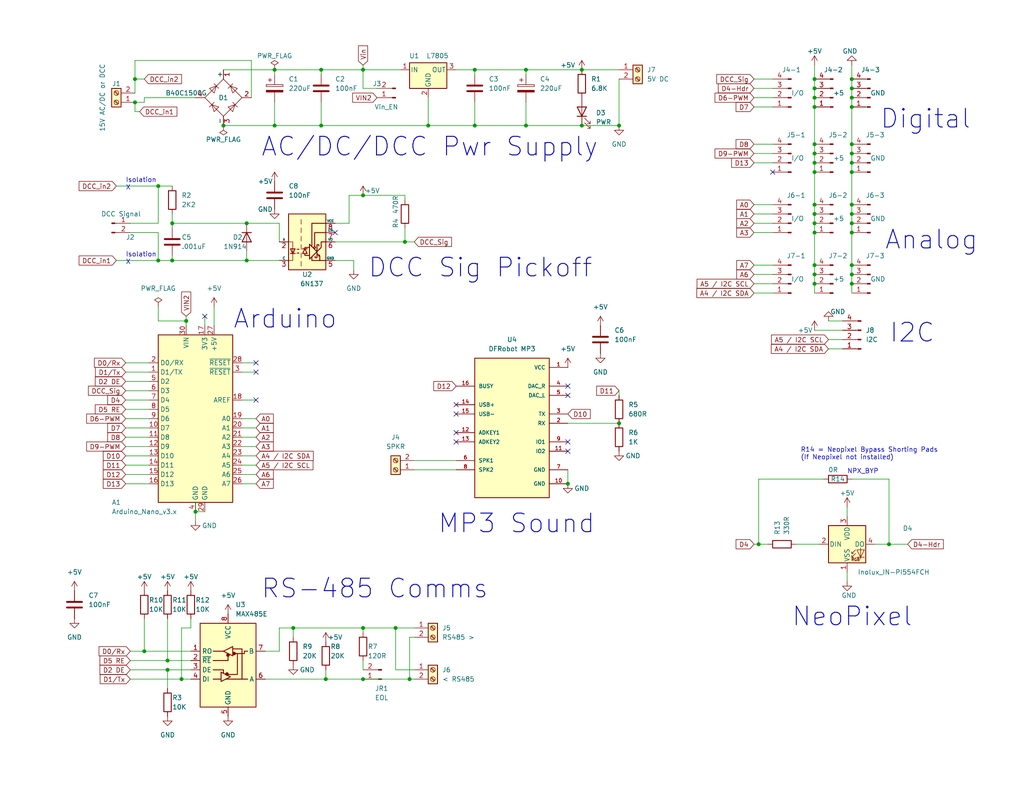
<source format=kicad_sch>
(kicad_sch (version 20211123) (generator eeschema)
  (paper "A")
  (title_block (title "MAXDuino using Arduino R3") (date "2023-09-25") (rev "1.4") (company "R1.4 =  Change Stencils and Header Pin Order (Sch/PCB) ") (comment 1 "RS485 (D0, D1, D2, D5) / I2C (A4, A5) / DCC (D3) Comms") (comment 2 "DFRobot MP3 PLayer   (D10, D11, D12)") (comment 3 "Digital Pin headers (D3, D4 +NeoPixel, D6, D7, D8, D9, D13)") (comment 4 "Analog Pin headers (A0, A1, A2, A3, A6, A7)"))
  (lib_symbols
    (symbol "Connector:Conn_01x02_Male" (pin_names (offset 1.016) hide)
      (property "Reference" "J" (at 0 2.54 0))
      (property "Value" "Conn_01x02_Male" (at 0 -5.08 0))
      (symbol "Conn_01x02_Male_1_1"
        (pin passive line (at 5.08 0 180) (length 3.81) (name "Pin_1") (number "1"))
        (pin passive line (at 5.08 -2.54 180) (length 3.81) (name "Pin_2") (number "2"))
      )
    )
    (symbol "Connector:Conn_01x04_Male" (pin_names (offset 1.016) hide)
      (property "Reference" "J" (at 0 5.08 0))
      (property "Value" "Conn_01x04_Male" (at 0 -7.62 0))
      (symbol "Conn_01x04_Male_1_1"
        (pin passive line (at 5.08 2.54 180) (length 3.81) (name "Pin_1") (number "1"))
        (pin passive line (at 5.08 0 180) (length 3.81) (name "Pin_2") (number "2"))
        (pin passive line (at 5.08 -2.54 180) (length 3.81) (name "Pin_3") (number "3"))
        (pin passive line (at 5.08 -5.08 180) (length 3.81) (name "Pin_4") (number "4"))
      )
    )
    (symbol "Connector:Screw_Terminal_01x02" (pin_names (offset 1.016) hide)
      (property "Reference" "J" (at 0 2.54 0))
      (property "Value" "Screw_Terminal_01x02" (at 0 -5.08 0))
      (symbol "Screw_Terminal_01x02_1_1"
        (pin passive line (at -5.08 0 0) (length 3.81) (name "Pin_1") (number "1"))
        (pin passive line (at -5.08 -2.54 0) (length 3.81) (name "Pin_2") (number "2"))
      )
    )
    (symbol "DFR0299:DFR0299" (pin_names (offset 1.016))
      (property "Reference" "U" (at -10.16 18.542 0))
      (property "Value" "DFR0299" (at -10.16 -22.86 0))
      (symbol "DFR0299_0_0"
        (pin power_in line (at 15.24 15.24 180) (length 5.08) (name "VCC") (number "1"))
        (pin power_in line (at 15.24 -16.51 180) (length 5.08) (name "GND") (number "10"))
        (pin bidirectional line (at 15.24 -7.62 180) (length 5.08) (name "IO2") (number "11"))
        (pin input line (at -15.24 -2.54 0) (length 5.08) (name "ADKEY1") (number "12"))
        (pin input line (at -15.24 -5.08 0) (length 5.08) (name "ADKEY2") (number "13"))
        (pin input line (at -15.24 5.08 0) (length 5.08) (name "USB+") (number "14"))
        (pin input line (at -15.24 2.54 0) (length 5.08) (name "USB-") (number "15"))
        (pin input line (at -15.24 10.16 0) (length 5.08) (name "BUSY") (number "16"))
        (pin input line (at 15.24 0 180) (length 5.08) (name "RX") (number "2"))
        (pin output line (at 15.24 2.54 180) (length 5.08) (name "TX") (number "3"))
        (pin output line (at 15.24 10.16 180) (length 5.08) (name "DAC_R") (number "4"))
        (pin output line (at 15.24 7.62 180) (length 5.08) (name "DAC_L") (number "5"))
        (pin passive line (at -15.24 -10.16 0) (length 5.08) (name "SPK1") (number "6"))
        (pin power_in line (at 15.24 -12.7 180) (length 5.08) (name "GND") (number "7"))
        (pin passive line (at -15.24 -12.7 0) (length 5.08) (name "SPK2") (number "8"))
        (pin bidirectional line (at 15.24 -5.08 180) (length 5.08) (name "IO1") (number "9"))
      )
    )
    (symbol "Device:C" (pin_numbers hide) (pin_names (offset 0.254))
      (property "Reference" "C" (at 0.635 2.54 0))
      (property "Value" "C" (at 0.635 -2.54 0))
      (symbol "C_1_1"
        (pin passive line (at 0 3.81 270) (length 2.794) (name "~") (number "1"))
        (pin passive line (at 0 -3.81 90) (length 2.794) (name "~") (number "2"))
      )
    )
    (symbol "Device:C_Polarized" (pin_numbers hide) (pin_names (offset 0.254))
      (property "Reference" "C" (at 0.635 2.54 0))
      (property "Value" "C_Polarized" (at 0.635 -2.54 0))
      (symbol "C_Polarized_1_1"
        (pin passive line (at 0 3.81 270) (length 2.794) (name "~") (number "1"))
        (pin passive line (at 0 -3.81 90) (length 2.794) (name "~") (number "2"))
      )
    )
    (symbol "Device:LED" (pin_numbers hide) (pin_names (offset 1.016) hide)
      (property "Reference" "D" (at 0 2.54 0))
      (property "Value" "LED" (at 0 -2.54 0))
      (symbol "LED_1_1"
        (pin passive line (at -3.81 0 0) (length 2.54) (name "K") (number "1"))
        (pin passive line (at 3.81 0 180) (length 2.54) (name "A") (number "2"))
      )
    )
    (symbol "Device:R" (pin_numbers hide) (pin_names (offset 0))
      (property "Reference" "R" (at 2.032 0 90))
      (property "Value" "R" (at 0 0 90))
      (symbol "R_1_1"
        (pin passive line (at 0 3.81 270) (length 1.27) (name "~") (number "1"))
        (pin passive line (at 0 -3.81 90) (length 1.27) (name "~") (number "2"))
      )
    )
    (symbol "Diode:1N914" (pin_numbers hide) (pin_names hide)
      (property "Reference" "D" (at 0 2.54 0))
      (property "Value" "1N914" (at 0 -2.54 0))
      (symbol "1N914_1_1"
        (pin passive line (at -3.81 0 0) (length 2.54) (name "K") (number "1"))
        (pin passive line (at 3.81 0 180) (length 2.54) (name "A") (number "2"))
      )
    )
    (symbol "Diode_Bridge:B40C1500G" (pin_names (offset 0))
      (property "Reference" "D" (at 2.54 6.985 0))
      (property "Value" "B40C1500G" (at 2.54 5.08 0))
      (symbol "B40C1500G_1_1"
        (pin passive line (at 7.62 0 180) (length 2.54) (name "+") (number "1"))
        (pin passive line (at 0 -7.62 90) (length 2.54) (name "~") (number "2"))
        (pin passive line (at -7.62 0 0) (length 2.54) (name "-") (number "3"))
        (pin passive line (at 0 7.62 270) (length 2.54) (name "~") (number "4"))
      )
    )
    (symbol "Interface_UART:MAX485E"
      (property "Reference" "U" (at -6.096 11.43 0))
      (property "Value" "MAX485E" (at 0.762 11.43 0))
      (symbol "MAX485E_1_1"
        (pin output line (at -10.16 2.54 0) (length 2.54) (name "RO") (number "1"))
        (pin input line (at -10.16 0 0) (length 2.54) (name "~{RE}") (number "2"))
        (pin input line (at -10.16 -2.54 0) (length 2.54) (name "DE") (number "3"))
        (pin input line (at -10.16 -5.08 0) (length 2.54) (name "DI") (number "4"))
        (pin power_in line (at 0 -15.24 90) (length 2.54) (name "GND") (number "5"))
        (pin bidirectional line (at 10.16 -5.08 180) (length 2.54) (name "A") (number "6"))
        (pin bidirectional line (at 10.16 2.54 180) (length 2.54) (name "B") (number "7"))
        (pin power_in line (at 0 12.7 270) (length 2.54) (name "VCC") (number "8"))
      )
    )
    (symbol "Isolator:6N137" (pin_names (offset 0))
      (property "Reference" "U" (at -4.064 8.89 0))
      (property "Value" "6N137" (at 0 -8.89 0))
      (symbol "6N137_1_1"
        (pin no_connect line (at -5.08 5.08 0) (length 2.54) hide (name "NC") (number "1"))
        (pin passive line (at -7.62 0 0) (length 2.54) (name "A") (number "2"))
        (pin passive line (at -7.62 -5.08 0) (length 2.54) (name "C") (number "3"))
        (pin power_in line (at 7.62 -5.08 180) (length 2.54) (name "GND") (number "5"))
        (pin open_collector line (at 7.62 0 180) (length 2.54) (name "VO") (number "6"))
        (pin input line (at 7.62 2.54 180) (length 2.54) (name "EN") (number "7"))
        (pin power_in line (at 7.62 5.08 180) (length 2.54) (name "VCC") (number "8"))
      )
    )
    (symbol "LED:Inolux_IN-PI554FCH" (pin_names (offset 0.254))
      (property "Reference" "D" (at 5.08 5.715 0))
      (property "Value" "Inolux_IN-PI554FCH" (at 1.27 -5.715 0))
      (symbol "Inolux_IN-PI554FCH_0_0"
        (text "RGB" (at 2.286 -4.191 0) (effects (font (size 0.762 0.762))))
      )
      (symbol "Inolux_IN-PI554FCH_1_1"
        (pin power_in line (at 0 -7.62 90) (length 2.54) (name "VSS") (number "1"))
        (pin input line (at -7.62 0 0) (length 2.54) (name "DIN") (number "2"))
        (pin power_in line (at 0 7.62 270) (length 2.54) (name "VDD") (number "3"))
        (pin output line (at 7.62 0 180) (length 2.54) (name "DO") (number "4"))
      )
    )
    (symbol "MCU_Module:Arduino_Nano_v3.x"
      (property "Reference" "A" (at -10.16 23.495 0))
      (property "Value" "Arduino_Nano_v3.x" (at 5.08 -24.13 0))
      (symbol "Arduino_Nano_v3.x_1_1"
        (pin bidirectional line (at -12.7 12.7 0) (length 2.54) (name "D1/TX") (number "1"))
        (pin bidirectional line (at -12.7 -2.54 0) (length 2.54) (name "D7") (number "10"))
        (pin bidirectional line (at -12.7 -5.08 0) (length 2.54) (name "D8") (number "11"))
        (pin bidirectional line (at -12.7 -7.62 0) (length 2.54) (name "D9") (number "12"))
        (pin bidirectional line (at -12.7 -10.16 0) (length 2.54) (name "D10") (number "13"))
        (pin bidirectional line (at -12.7 -12.7 0) (length 2.54) (name "D11") (number "14"))
        (pin bidirectional line (at -12.7 -15.24 0) (length 2.54) (name "D12") (number "15"))
        (pin bidirectional line (at -12.7 -17.78 0) (length 2.54) (name "D13") (number "16"))
        (pin power_out line (at 2.54 25.4 270) (length 2.54) (name "3V3") (number "17"))
        (pin input line (at 12.7 5.08 180) (length 2.54) (name "AREF") (number "18"))
        (pin bidirectional line (at 12.7 0 180) (length 2.54) (name "A0") (number "19"))
        (pin bidirectional line (at -12.7 15.24 0) (length 2.54) (name "D0/RX") (number "2"))
        (pin bidirectional line (at 12.7 -2.54 180) (length 2.54) (name "A1") (number "20"))
        (pin bidirectional line (at 12.7 -5.08 180) (length 2.54) (name "A2") (number "21"))
        (pin bidirectional line (at 12.7 -7.62 180) (length 2.54) (name "A3") (number "22"))
        (pin bidirectional line (at 12.7 -10.16 180) (length 2.54) (name "A4") (number "23"))
        (pin bidirectional line (at 12.7 -12.7 180) (length 2.54) (name "A5") (number "24"))
        (pin bidirectional line (at 12.7 -15.24 180) (length 2.54) (name "A6") (number "25"))
        (pin bidirectional line (at 12.7 -17.78 180) (length 2.54) (name "A7") (number "26"))
        (pin power_out line (at 5.08 25.4 270) (length 2.54) (name "+5V") (number "27"))
        (pin input line (at 12.7 15.24 180) (length 2.54) (name "~{RESET}") (number "28"))
        (pin power_in line (at 2.54 -25.4 90) (length 2.54) (name "GND") (number "29"))
        (pin input line (at 12.7 12.7 180) (length 2.54) (name "~{RESET}") (number "3"))
        (pin power_in line (at -2.54 25.4 270) (length 2.54) (name "VIN") (number "30"))
        (pin power_in line (at 0 -25.4 90) (length 2.54) (name "GND") (number "4"))
        (pin bidirectional line (at -12.7 10.16 0) (length 2.54) (name "D2") (number "5"))
        (pin bidirectional line (at -12.7 7.62 0) (length 2.54) (name "D3") (number "6"))
        (pin bidirectional line (at -12.7 5.08 0) (length 2.54) (name "D4") (number "7"))
        (pin bidirectional line (at -12.7 2.54 0) (length 2.54) (name "D5") (number "8"))
        (pin bidirectional line (at -12.7 0 0) (length 2.54) (name "D6") (number "9"))
      )
    )
    (symbol "Regulator_Linear:L7805" (pin_names (offset 0.254))
      (property "Reference" "U1" (at -3.81 3.81 0))
      (property "Value" "L7805" (at 2.54 3.81 0))
      (symbol "L7805_1_1"
        (pin power_in line (at -7.62 0 0) (length 2.54) (name "IN") (number "1"))
        (pin power_in line (at 0 -7.62 90) (length 2.54) (name "GND") (number "2"))
        (pin power_out line (at 7.62 0 180) (length 2.54) (name "OUT") (number "3"))
      )
    )
    (symbol "power:+5V" (power) (pin_names (offset 0))
      (property "Value" "+5V" (at 0 3.556 0))
      (symbol "+5V_1_1"
        (pin power_in line (at 0 0 90) (length 0) hide (name "+5V") (number "1"))
      )
    )
    (symbol "power:GND" (power) (pin_names (offset 0))
      (property "Value" "GND" (at 0 -3.81 0))
      (symbol "GND_1_1"
        (pin power_in line (at 0 0 270) (length 0) hide (name "GND") (number "1"))
      )
    )
    (symbol "power:PWR_FLAG" (power) (pin_numbers hide) (pin_names (offset 0) hide)
      (property "Value" "PWR_FLAG" (at 0 3.81 0))
      (symbol "PWR_FLAG_0_0"
        (pin power_out line (at 0 0 90) (length 0) (name "pwr") (number "1"))
      )
    )
  )
  (junction (at 43.18 71.12))
  (junction (at 99.06 185.42))
  (junction (at 232.41 74.93))
  (junction (at 46.99 60.96))
  (junction (at 232.41 21.59))
  (junction (at 99.06 171.45))
  (junction (at 222.25 21.59))
  (junction (at 116.84 34.29))
  (junction (at 50.8 87.63))
  (junction (at 232.41 46.99))
  (junction (at 222.25 39.37))
  (junction (at 36.83 21.59))
  (junction (at 232.41 44.45))
  (junction (at 222.25 77.47))
  (junction (at 222.25 72.39))
  (junction (at 158.75 34.29))
  (junction (at 36.83 27.94))
  (junction (at 46.99 71.12))
  (junction (at 111.76 185.42))
  (junction (at 88.9 185.42))
  (junction (at 232.41 60.96))
  (junction (at 222.25 60.96))
  (junction (at 222.25 26.67))
  (junction (at 232.41 58.42))
  (junction (at 168.91 115.57))
  (junction (at 74.93 19.05))
  (junction (at 242.57 148.59))
  (junction (at 232.41 41.91))
  (junction (at 232.41 24.13))
  (junction (at 232.41 39.37))
  (junction (at 222.25 46.99))
  (junction (at 49.53 185.42))
  (junction (at 129.54 34.29))
  (junction (at 39.37 177.8))
  (junction (at 129.54 19.05))
  (junction (at 154.94 132.08))
  (junction (at 222.25 63.5))
  (junction (at 67.31 71.12))
  (junction (at 99.06 53.34))
  (junction (at 43.18 50.8))
  (junction (at 67.31 60.96))
  (junction (at 53.34 139.7))
  (junction (at 143.51 34.29))
  (junction (at 222.25 24.13))
  (junction (at 222.25 74.93))
  (junction (at 207.01 148.59))
  (junction (at 232.41 77.47))
  (junction (at 222.25 41.91))
  (junction (at 168.91 34.29))
  (junction (at 110.49 66.04))
  (junction (at 158.75 19.05))
  (junction (at 99.06 19.05))
  (junction (at 87.63 34.29))
  (junction (at 222.25 29.21))
  (junction (at 60.96 34.29))
  (junction (at 232.41 72.39))
  (junction (at 222.25 58.42))
  (junction (at 74.93 34.29))
  (junction (at 222.25 44.45))
  (junction (at 232.41 26.67))
  (junction (at 232.41 55.88))
  (junction (at 45.72 180.34))
  (junction (at 107.95 171.45))
  (junction (at 45.72 182.88))
  (junction (at 143.51 19.05))
  (junction (at 222.25 55.88))
  (junction (at 80.01 171.45))
  (junction (at 87.63 19.05))
  (junction (at 232.41 29.21))
  (junction (at 232.41 63.5))
  (no_connect (at 124.46 118.11))
  (no_connect (at 69.85 101.6))
  (no_connect (at 124.46 110.49))
  (no_connect (at 124.46 120.65))
  (no_connect (at 154.94 120.65))
  (no_connect (at 154.94 105.41))
  (no_connect (at 154.94 123.19))
  (no_connect (at 69.85 99.06))
  (no_connect (at 124.46 113.03))
  (no_connect (at 210.82 46.99))
  (no_connect (at 91.44 63.5))
  (no_connect (at 69.85 109.22))
  (no_connect (at 154.94 107.95))
  (no_connect (at 55.88 86.36))
  (wire (pts (xy 129.54 27.94) (xy 129.54 34.29)))
  (wire (pts (xy 43.18 50.8) (xy 46.99 50.8)))
  (wire (pts (xy 52.07 171.45) (xy 49.53 171.45)))
  (wire (pts (xy 205.74 44.45) (xy 210.82 44.45)))
  (wire (pts (xy 158.75 34.29) (xy 168.91 34.29)))
  (wire (pts (xy 46.99 60.96) (xy 46.99 62.23)))
  (wire (pts (xy 76.2 171.45) (xy 80.01 171.45)))
  (wire (pts (xy 111.76 185.42) (xy 113.03 185.42)))
  (wire (pts (xy 238.76 148.59) (xy 242.57 148.59)))
  (wire (pts (xy 129.54 19.05) (xy 129.54 20.32)))
  (wire (pts (xy 205.74 80.01) (xy 210.82 80.01)))
  (wire (pts (xy 205.74 24.13) (xy 210.82 24.13)))
  (wire (pts (xy 31.75 50.8) (xy 43.18 50.8)))
  (wire (pts (xy 52.07 168.91) (xy 52.07 171.45)))
  (wire (pts (xy 45.72 180.34) (xy 52.07 180.34)))
  (wire (pts (xy 53.34 139.7) (xy 55.88 139.7)))
  (wire (pts (xy 34.29 116.84) (xy 40.64 116.84)))
  (wire (pts (xy 99.06 24.13) (xy 102.87 24.13)))
  (wire (pts (xy 76.2 171.45) (xy 76.2 177.8)))
  (wire (pts (xy 226.06 95.25) (xy 229.87 95.25)))
  (wire (pts (xy 110.49 54.61) (xy 110.49 53.34)))
  (wire (pts (xy 111.76 173.99) (xy 111.76 185.42)))
  (wire (pts (xy 43.18 63.5) (xy 43.18 71.12)))
  (wire (pts (xy 67.31 71.12) (xy 67.31 68.58)))
  (wire (pts (xy 80.01 171.45) (xy 80.01 173.99)))
  (wire (pts (xy 205.74 29.21) (xy 210.82 29.21)))
  (wire (pts (xy 74.93 27.94) (xy 74.93 34.29)))
  (wire (pts (xy 87.63 34.29) (xy 116.84 34.29)))
  (wire (pts (xy 34.29 111.76) (xy 40.64 111.76)))
  (wire (pts (xy 158.75 19.05) (xy 168.91 19.05)))
  (wire (pts (xy 99.06 17.78) (xy 99.06 19.05)))
  (wire (pts (xy 129.54 34.29) (xy 143.51 34.29)))
  (wire (pts (xy 87.63 34.29) (xy 74.93 34.29)))
  (wire (pts (xy 222.25 17.78) (xy 222.25 21.59)))
  (wire (pts (xy 222.25 74.93) (xy 222.25 77.47)))
  (wire (pts (xy 88.9 185.42) (xy 99.06 185.42)))
  (wire (pts (xy 110.49 66.04) (xy 113.03 66.04)))
  (wire (pts (xy 205.74 41.91) (xy 210.82 41.91)))
  (wire (pts (xy 99.06 19.05) (xy 99.06 24.13)))
  (wire (pts (xy 35.56 182.88) (xy 45.72 182.88)))
  (wire (pts (xy 205.74 26.67) (xy 210.82 26.67)))
  (wire (pts (xy 91.44 60.96) (xy 95.25 60.96)))
  (wire (pts (xy 231.14 138.43) (xy 231.14 140.97)))
  (wire (pts (xy 72.39 185.42) (xy 88.9 185.42)))
  (wire (pts (xy 99.06 180.34) (xy 99.06 182.88)))
  (wire (pts (xy 35.56 63.5) (xy 43.18 63.5)))
  (wire (pts (xy 88.9 182.88) (xy 88.9 185.42)))
  (wire (pts (xy 232.41 17.78) (xy 232.41 21.59)))
  (wire (pts (xy 99.06 171.45) (xy 107.95 171.45)))
  (wire (pts (xy 46.99 60.96) (xy 67.31 60.96)))
  (wire (pts (xy 39.37 26.67) (xy 39.37 27.94)))
  (wire (pts (xy 232.41 74.93) (xy 232.41 77.47)))
  (wire (pts (xy 222.25 90.17) (xy 229.87 90.17)))
  (wire (pts (xy 36.83 21.59) (xy 39.37 21.59)))
  (wire (pts (xy 66.04 109.22) (xy 69.85 109.22)))
  (wire (pts (xy 205.74 21.59) (xy 210.82 21.59)))
  (wire (pts (xy 66.04 129.54) (xy 69.85 129.54)))
  (wire (pts (xy 99.06 185.42) (xy 111.76 185.42)))
  (wire (pts (xy 87.63 20.32) (xy 87.63 19.05)))
  (wire (pts (xy 66.04 132.08) (xy 69.85 132.08)))
  (wire (pts (xy 143.51 19.05) (xy 158.75 19.05)))
  (wire (pts (xy 53.34 142.24) (xy 53.34 139.7)))
  (wire (pts (xy 45.72 182.88) (xy 45.72 187.96)))
  (wire (pts (xy 205.74 58.42) (xy 210.82 58.42)))
  (wire (pts (xy 58.42 83.82) (xy 58.42 88.9)))
  (wire (pts (xy 34.29 109.22) (xy 40.64 109.22)))
  (wire (pts (xy 113.03 173.99) (xy 111.76 173.99)))
  (wire (pts (xy 222.25 26.67) (xy 222.25 29.21)))
  (wire (pts (xy 232.41 21.59) (xy 232.41 24.13)))
  (wire (pts (xy 87.63 27.94) (xy 87.63 34.29)))
  (wire (pts (xy 242.57 148.59) (xy 247.65 148.59)))
  (wire (pts (xy 66.04 127) (xy 69.85 127)))
  (wire (pts (xy 168.91 106.68) (xy 168.91 107.95)))
  (wire (pts (xy 113.03 125.73) (xy 124.46 125.73)))
  (wire (pts (xy 46.99 58.42) (xy 46.99 60.96)))
  (wire (pts (xy 205.74 60.96) (xy 210.82 60.96)))
  (wire (pts (xy 116.84 34.29) (xy 129.54 34.29)))
  (wire (pts (xy 74.93 19.05) (xy 87.63 19.05)))
  (wire (pts (xy 34.29 132.08) (xy 40.64 132.08)))
  (wire (pts (xy 232.41 72.39) (xy 232.41 74.93)))
  (wire (pts (xy 76.2 60.96) (xy 76.2 66.04)))
  (wire (pts (xy 66.04 116.84) (xy 69.85 116.84)))
  (wire (pts (xy 34.29 124.46) (xy 40.64 124.46)))
  (wire (pts (xy 205.74 63.5) (xy 210.82 63.5)))
  (wire (pts (xy 60.96 34.29) (xy 74.93 34.29)))
  (wire (pts (xy 50.8 87.63) (xy 50.8 88.9)))
  (wire (pts (xy 222.25 39.37) (xy 222.25 41.91)))
  (wire (pts (xy 99.06 53.34) (xy 110.49 53.34)))
  (wire (pts (xy 43.18 71.12) (xy 46.99 71.12)))
  (wire (pts (xy 226.06 92.71) (xy 229.87 92.71)))
  (wire (pts (xy 217.17 148.59) (xy 223.52 148.59)))
  (wire (pts (xy 222.25 60.96) (xy 222.25 63.5)))
  (wire (pts (xy 45.72 168.91) (xy 45.72 180.34)))
  (wire (pts (xy 66.04 121.92) (xy 69.85 121.92)))
  (wire (pts (xy 116.84 26.67) (xy 116.84 34.29)))
  (wire (pts (xy 34.29 114.3) (xy 40.64 114.3)))
  (wire (pts (xy 68.58 16.51) (xy 68.58 26.67)))
  (wire (pts (xy 232.41 46.99) (xy 232.41 55.88)))
  (wire (pts (xy 99.06 172.72) (xy 99.06 171.45)))
  (wire (pts (xy 72.39 177.8) (xy 76.2 177.8)))
  (wire (pts (xy 66.04 114.3) (xy 69.85 114.3)))
  (wire (pts (xy 222.25 72.39) (xy 222.25 74.93)))
  (wire (pts (xy 99.06 19.05) (xy 109.22 19.05)))
  (wire (pts (xy 232.41 29.21) (xy 232.41 39.37)))
  (wire (pts (xy 36.83 27.94) (xy 36.83 30.48)))
  (wire (pts (xy 222.25 29.21) (xy 222.25 39.37)))
  (wire (pts (xy 113.03 128.27) (xy 124.46 128.27)))
  (wire (pts (xy 232.41 24.13) (xy 232.41 26.67)))
  (wire (pts (xy 34.29 104.14) (xy 40.64 104.14)))
  (wire (pts (xy 95.25 53.34) (xy 99.06 53.34)))
  (wire (pts (xy 67.31 71.12) (xy 76.2 71.12)))
  (wire (pts (xy 143.51 27.94) (xy 143.51 34.29)))
  (wire (pts (xy 232.41 77.47) (xy 232.41 80.01)))
  (wire (pts (xy 207.01 130.81) (xy 207.01 148.59)))
  (wire (pts (xy 53.34 137.16) (xy 53.34 139.7)))
  (wire (pts (xy 35.56 180.34) (xy 45.72 180.34)))
  (wire (pts (xy 232.41 41.91) (xy 232.41 44.45)))
  (wire (pts (xy 36.83 16.51) (xy 36.83 21.59)))
  (wire (pts (xy 99.06 19.05) (xy 87.63 19.05)))
  (wire (pts (xy 91.44 71.12) (xy 96.52 71.12)))
  (wire (pts (xy 49.53 171.45) (xy 49.53 185.42)))
  (wire (pts (xy 43.18 60.96) (xy 43.18 50.8)))
  (wire (pts (xy 50.8 86.36) (xy 50.8 87.63)))
  (wire (pts (xy 66.04 124.46) (xy 69.85 124.46)))
  (wire (pts (xy 96.52 71.12) (xy 96.52 73.66)))
  (wire (pts (xy 107.95 182.88) (xy 107.95 171.45)))
  (wire (pts (xy 205.74 55.88) (xy 210.82 55.88)))
  (wire (pts (xy 43.18 87.63) (xy 50.8 87.63)))
  (wire (pts (xy 45.72 182.88) (xy 52.07 182.88)))
  (wire (pts (xy 36.83 21.59) (xy 36.83 25.4)))
  (wire (pts (xy 34.29 99.06) (xy 40.64 99.06)))
  (wire (pts (xy 39.37 168.91) (xy 39.37 177.8)))
  (wire (pts (xy 222.25 77.47) (xy 222.25 80.01)))
  (wire (pts (xy 232.41 26.67) (xy 232.41 29.21)))
  (wire (pts (xy 222.25 41.91) (xy 222.25 44.45)))
  (wire (pts (xy 232.41 58.42) (xy 232.41 60.96)))
  (wire (pts (xy 226.06 87.63) (xy 229.87 87.63)))
  (wire (pts (xy 232.41 44.45) (xy 232.41 46.99)))
  (wire (pts (xy 66.04 99.06) (xy 69.85 99.06)))
  (wire (pts (xy 231.14 156.21) (xy 231.14 158.75)))
  (wire (pts (xy 31.75 71.12) (xy 43.18 71.12)))
  (wire (pts (xy 66.04 119.38) (xy 69.85 119.38)))
  (wire (pts (xy 55.88 86.36) (xy 55.88 88.9)))
  (wire (pts (xy 34.29 101.6) (xy 40.64 101.6)))
  (wire (pts (xy 222.25 58.42) (xy 222.25 60.96)))
  (wire (pts (xy 205.74 77.47) (xy 210.82 77.47)))
  (wire (pts (xy 36.83 30.48) (xy 38.1 30.48)))
  (wire (pts (xy 46.99 71.12) (xy 67.31 71.12)))
  (wire (pts (xy 222.25 46.99) (xy 222.25 55.88)))
  (wire (pts (xy 232.41 55.88) (xy 232.41 58.42)))
  (wire (pts (xy 74.93 20.32) (xy 74.93 19.05)))
  (wire (pts (xy 66.04 101.6) (xy 69.85 101.6)))
  (wire (pts (xy 232.41 130.81) (xy 242.57 130.81)))
  (wire (pts (xy 35.56 177.8) (xy 39.37 177.8)))
  (wire (pts (xy 124.46 19.05) (xy 129.54 19.05)))
  (wire (pts (xy 110.49 62.23) (xy 110.49 66.04)))
  (wire (pts (xy 168.91 21.59) (xy 168.91 34.29)))
  (wire (pts (xy 46.99 69.85) (xy 46.99 71.12)))
  (wire (pts (xy 53.34 26.67) (xy 39.37 26.67)))
  (wire (pts (xy 35.56 185.42) (xy 49.53 185.42)))
  (wire (pts (xy 222.25 21.59) (xy 222.25 24.13)))
  (wire (pts (xy 143.51 34.29) (xy 158.75 34.29)))
  (wire (pts (xy 39.37 177.8) (xy 52.07 177.8)))
  (wire (pts (xy 95.25 60.96) (xy 95.25 53.34)))
  (wire (pts (xy 224.79 130.81) (xy 207.01 130.81)))
  (wire (pts (xy 232.41 63.5) (xy 232.41 72.39)))
  (wire (pts (xy 222.25 63.5) (xy 222.25 72.39)))
  (wire (pts (xy 80.01 171.45) (xy 99.06 171.45)))
  (wire (pts (xy 205.74 39.37) (xy 210.82 39.37)))
  (wire (pts (xy 143.51 19.05) (xy 143.51 20.32)))
  (wire (pts (xy 34.29 129.54) (xy 40.64 129.54)))
  (wire (pts (xy 242.57 130.81) (xy 242.57 148.59)))
  (wire (pts (xy 39.37 27.94) (xy 36.83 27.94)))
  (wire (pts (xy 232.41 60.96) (xy 232.41 63.5)))
  (wire (pts (xy 207.01 148.59) (xy 209.55 148.59)))
  (wire (pts (xy 129.54 19.05) (xy 143.51 19.05)))
  (wire (pts (xy 154.94 128.27) (xy 154.94 132.08)))
  (wire (pts (xy 232.41 39.37) (xy 232.41 41.91)))
  (wire (pts (xy 205.74 72.39) (xy 210.82 72.39)))
  (wire (pts (xy 158.75 31.75) (xy 158.75 34.29)))
  (wire (pts (xy 35.56 60.96) (xy 43.18 60.96)))
  (wire (pts (xy 205.74 148.59) (xy 207.01 148.59)))
  (wire (pts (xy 205.74 74.93) (xy 210.82 74.93)))
  (wire (pts (xy 222.25 44.45) (xy 222.25 46.99)))
  (wire (pts (xy 113.03 182.88) (xy 107.95 182.88)))
  (wire (pts (xy 43.18 83.82) (xy 43.18 87.63)))
  (wire (pts (xy 34.29 106.68) (xy 40.64 106.68)))
  (wire (pts (xy 36.83 16.51) (xy 68.58 16.51)))
  (wire (pts (xy 154.94 115.57) (xy 168.91 115.57)))
  (wire (pts (xy 34.29 119.38) (xy 40.64 119.38)))
  (wire (pts (xy 34.29 127) (xy 40.64 127)))
  (wire (pts (xy 91.44 66.04) (xy 110.49 66.04)))
  (wire (pts (xy 222.25 55.88) (xy 222.25 58.42)))
  (wire (pts (xy 49.53 185.42) (xy 52.07 185.42)))
  (wire (pts (xy 60.96 19.05) (xy 74.93 19.05)))
  (wire (pts (xy 34.29 121.92) (xy 40.64 121.92)))
  (wire (pts (xy 67.31 60.96) (xy 76.2 60.96)))
  (wire (pts (xy 107.95 171.45) (xy 113.03 171.45)))
  (wire (pts (xy 222.25 24.13) (xy 222.25 26.67)))
  (text "RS-485 Comms" (at 71.12 163.83 0) (effects (font (size 5.08 5.08) (thickness 0.254) bold) (justify left bottom)))
  (text "MP3 Sound" (at 119.38 146.05 0) (effects (font (size 5.08 5.08) (thickness 0.254) bold) (justify left bottom)))
  (text "Digital" (at 240.03 35.56 0) (effects (font (size 5.08 5.08) (thickness 0.254) bold) (justify left bottom)))
  (text "I2C" (at 242.57 93.98 0) (effects (font (size 5.08 5.08) (thickness 0.254) bold) (justify left bottom)))
  (text "NeoPixel" (at 215.9 171.45 0) (effects (font (size 5.08 5.08) (thickness 0.254) bold) (justify left bottom)))
  (text "DCC Sig Pickoff\n" (at 100.33 76.2 0) (effects (font (size 5.08 5.08) (thickness 0.254) bold) (justify left bottom)))
  (text "NPX_BYP" (at 231.14 129.54 0) (effects (font (size 1.27 1.27)) (justify left bottom)))
  (text "R14 = Neopixel Bypass Shorting Pads\n(If Neopixel not installed)" (at 218.44 125.73 0) (effects (font (size 1.27 1.27)) (justify left bottom)))
  (text "AC/DC/DCC Pwr Supply" (at 71.12 43.18 0) (effects (font (size 5.08 5.08) (thickness 0.254) bold) (justify left bottom)))
  (text "Isolation\nX" (at 34.29 72.39 0) (effects (font (size 1.27 1.27)) (justify left bottom)))
  (text "Analog" (at 241.3 68.58 0) (effects (font (size 5.08 5.08) (thickness 0.254) bold) (justify left bottom)))
  (text "Isolation\nX" (at 34.29 52.07 0) (effects (font (size 1.27 1.27)) (justify left bottom)))
  (text "Arduino" (at 63.5 90.17 0) (effects (font (size 5.08 5.08) (thickness 0.254) bold) (justify left bottom)))
  (global_label "D4" (shape input) (at 205.74 148.59 180) (property "Intersheet References" "${INTERSHEET_REFS}" (effects hide)))
  (global_label "A7" (shape input) (at 205.74 72.39 180) (property "Intersheet References" "${INTERSHEET_REFS}" (effects hide)))
  (global_label "D2 DE" (shape input) (at 35.56 182.88 180) (property "Intersheet References" "${INTERSHEET_REFS}" (effects hide)))
  (global_label "D12" (shape input) (at 124.46 105.41 180) (property "Intersheet References" "${INTERSHEET_REFS}" (effects hide)))
  (global_label "D10" (shape input) (at 34.29 124.46 180) (property "Intersheet References" "${INTERSHEET_REFS}" (effects hide)))
  (global_label "A0" (shape input) (at 205.74 55.88 180) (property "Intersheet References" "${INTERSHEET_REFS}" (effects hide)))
  (global_label "D9-PWM" (shape input) (at 205.74 41.91 180) (property "Intersheet References" "${INTERSHEET_REFS}" (effects hide)))
  (global_label "A0" (shape input) (at 69.85 114.3 0) (property "Intersheet References" "${INTERSHEET_REFS}" (effects hide)))
  (global_label "D1{slash}Tx" (shape input) (at 35.56 185.42 180) (property "Intersheet References" "${INTERSHEET_REFS}" (effects hide)))
  (global_label "D5 RE" (shape input) (at 35.56 180.34 180) (property "Intersheet References" "${INTERSHEET_REFS}" (effects hide)))
  (global_label "A3" (shape input) (at 205.74 63.5 180) (property "Intersheet References" "${INTERSHEET_REFS}" (effects hide)))
  (global_label "D0{slash}Rx" (shape input) (at 35.56 177.8 180) (property "Intersheet References" "${INTERSHEET_REFS}" (effects hide)))
  (global_label "DCC_Sig" (shape input) (at 113.03 66.04 0) (property "Intersheet References" "${INTERSHEET_REFS}" (effects hide)))
  (global_label "D9-PWM" (shape input) (at 34.29 121.92 180) (property "Intersheet References" "${INTERSHEET_REFS}" (effects hide)))
  (global_label "A6" (shape input) (at 69.85 129.54 0) (property "Intersheet References" "${INTERSHEET_REFS}" (effects hide)))
  (global_label "DCC_Sig" (shape input) (at 34.29 106.68 180) (property "Intersheet References" "${INTERSHEET_REFS}" (effects hide)))
  (global_label "D11" (shape input) (at 34.29 127 180) (property "Intersheet References" "${INTERSHEET_REFS}" (effects hide)))
  (global_label "VIN2" (shape input) (at 102.87 26.67 180) (property "Intersheet References" "${INTERSHEET_REFS}" (effects hide)))
  (global_label "A7" (shape input) (at 69.85 132.08 0) (property "Intersheet References" "${INTERSHEET_REFS}" (effects hide)))
  (global_label "DCC_Sig" (shape input) (at 205.74 21.59 180) (property "Intersheet References" "${INTERSHEET_REFS}" (effects hide)))
  (global_label "DCC_in2" (shape input) (at 31.75 50.8 180) (property "Intersheet References" "${INTERSHEET_REFS}" (effects hide)))
  (global_label "D1{slash}Tx" (shape input) (at 34.29 101.6 180) (property "Intersheet References" "${INTERSHEET_REFS}" (effects hide)))
  (global_label "DCC_in1" (shape input) (at 38.1 30.48 0) (property "Intersheet References" "${INTERSHEET_REFS}" (effects hide)))
  (global_label "D12" (shape input) (at 34.29 129.54 180) (property "Intersheet References" "${INTERSHEET_REFS}" (effects hide)))
  (global_label "A3" (shape input) (at 69.85 121.92 0) (property "Intersheet References" "${INTERSHEET_REFS}" (effects hide)))
  (global_label "A6" (shape input) (at 205.74 74.93 180) (property "Intersheet References" "${INTERSHEET_REFS}" (effects hide)))
  (global_label "D10" (shape input) (at 154.94 113.03 0) (property "Intersheet References" "${INTERSHEET_REFS}" (effects hide)))
  (global_label "D4-Hdr" (shape input) (at 205.74 24.13 180) (property "Intersheet References" "${INTERSHEET_REFS}" (effects hide)))
  (global_label "VIN2" (shape input) (at 50.8 86.36 90) (property "Intersheet References" "${INTERSHEET_REFS}" (effects hide)))
  (global_label "A4 {slash} I2C SDA" (shape input) (at 69.85 124.46 0) (property "Intersheet References" "${INTERSHEET_REFS}" (effects hide)))
  (global_label "D7" (shape input) (at 34.29 116.84 180) (property "Intersheet References" "${INTERSHEET_REFS}" (effects hide)))
  (global_label "D2 DE" (shape input) (at 34.29 104.14 180) (property "Intersheet References" "${INTERSHEET_REFS}" (effects hide)))
  (global_label "A2" (shape input) (at 69.85 119.38 0) (property "Intersheet References" "${INTERSHEET_REFS}" (effects hide)))
  (global_label "D5 RE" (shape input) (at 34.29 111.76 180) (property "Intersheet References" "${INTERSHEET_REFS}" (effects hide)))
  (global_label "D11" (shape input) (at 168.91 106.68 180) (property "Intersheet References" "${INTERSHEET_REFS}" (effects hide)))
  (global_label "DCC_in1" (shape input) (at 31.75 71.12 180) (property "Intersheet References" "${INTERSHEET_REFS}" (effects hide)))
  (global_label "A4 {slash} I2C SDA" (shape input) (at 205.74 80.01 180) (property "Intersheet References" "${INTERSHEET_REFS}" (effects hide)))
  (global_label "D4-Hdr" (shape input) (at 247.65 148.59 0) (property "Intersheet References" "${INTERSHEET_REFS}" (effects hide)))
  (global_label "D6-PWM" (shape input) (at 34.29 114.3 180) (property "Intersheet References" "${INTERSHEET_REFS}" (effects hide)))
  (global_label "A5 {slash} I2C SCL" (shape input) (at 205.74 77.47 180) (property "Intersheet References" "${INTERSHEET_REFS}" (effects hide)))
  (global_label "A1" (shape input) (at 69.85 116.84 0) (property "Intersheet References" "${INTERSHEET_REFS}" (effects hide)))
  (global_label "D7" (shape input) (at 205.74 29.21 180) (property "Intersheet References" "${INTERSHEET_REFS}" (effects hide)))
  (global_label "A5 {slash} I2C SCL" (shape input) (at 69.85 127 0) (property "Intersheet References" "${INTERSHEET_REFS}" (effects hide)))
  (global_label "D0{slash}Rx" (shape input) (at 34.29 99.06 180) (property "Intersheet References" "${INTERSHEET_REFS}" (effects hide)))
  (global_label "D8" (shape input) (at 34.29 119.38 180) (property "Intersheet References" "${INTERSHEET_REFS}" (effects hide)))
  (global_label "Vin" (shape input) (at 99.06 17.78 90) (property "Intersheet References" "${INTERSHEET_REFS}" (effects hide)))
  (global_label "DCC_in2" (shape input) (at 39.37 21.59 0) (property "Intersheet References" "${INTERSHEET_REFS}" (effects hide)))
  (global_label "D8" (shape input) (at 205.74 39.37 180) (property "Intersheet References" "${INTERSHEET_REFS}" (effects hide)))
  (global_label "D4" (shape input) (at 34.29 109.22 180) (property "Intersheet References" "${INTERSHEET_REFS}" (effects hide)))
  (global_label "A4 {slash} I2C SDA" (shape input) (at 226.06 95.25 180) (property "Intersheet References" "${INTERSHEET_REFS}" (effects hide)))
  (global_label "A1" (shape input) (at 205.74 58.42 180) (property "Intersheet References" "${INTERSHEET_REFS}" (effects hide)))
  (global_label "A2" (shape input) (at 205.74 60.96 180) (property "Intersheet References" "${INTERSHEET_REFS}" (effects hide)))
  (global_label "D6-PWM" (shape input) (at 205.74 26.67 180) (property "Intersheet References" "${INTERSHEET_REFS}" (effects hide)))
  (global_label "D13" (shape input) (at 205.74 44.45 180) (property "Intersheet References" "${INTERSHEET_REFS}" (effects hide)))
  (global_label "A5 {slash} I2C SCL" (shape input) (at 226.06 92.71 180) (property "Intersheet References" "${INTERSHEET_REFS}" (effects hide)))
  (global_label "D13" (shape input) (at 34.29 132.08 180) (property "Intersheet References" "${INTERSHEET_REFS}" (effects hide)))
  (symbol (lib_id "Diode:1N914") (at 67.31 64.77 270) (unit 1)
    (property "Reference" "D2" (at 63.5 64.77 90) (effects (justify left)))
    (property "Value" "1N914" (at 60.96 67.31 90) (effects (justify left)))
    (property "Footprint" "Diode_THT:D_DO-35_SOD27_P7.62mm_Horizontal" (effects hide))
    (property "Datasheet" "http://www.vishay.com/docs/85622/1n914.pdf" (effects hide))
  )
  (symbol (lib_id "Connector:Conn_01x04_Male") (at 237.49 77.47 180) (unit 1)
    (property "Reference" "J7-3" (at 236.22 69.85 0) (effects (justify right)))
    (property "Value" "GND" (at 237.49 76.2 0) (effects (justify right)))
    (property "Footprint" "Connector_PinHeader_2.54mm:PinHeader_1x04_P2.54mm_Vertical" (effects hide))
  )
  (symbol (lib_id "power:+5V") (at 74.93 49.53 0) (unit 1)
    (property "Reference" "#PWR011" (effects hide))
    (property "Value" "+5V" (at 72.39 49.53 0))
  )
  (symbol (lib_id "Device:R") (at 46.99 54.61 0) (unit 1)
    (property "Reference" "R2" (at 49.53 53.3399 0) (effects (justify left)))
    (property "Value" "2K2" (at 49.53 55.8799 0) (effects (justify left)))
    (property "Footprint" "Resistor_THT:R_Axial_DIN0207_L6.3mm_D2.5mm_P7.62mm_Horizontal" (effects hide))
  )
  (symbol (lib_id "power:+5V") (at 20.32 161.29 0) (unit 1)
    (property "Reference" "#PWR01" (effects hide))
    (property "Value" "+5V" (at 20.32 156.21 0))
  )
  (symbol (lib_id "Device:R") (at 52.07 165.1 180) (unit 1)
    (property "Reference" "R12" (at 53.34 163.83 0) (effects (justify right)))
    (property "Value" "10K" (at 53.34 166.37 0) (effects (justify right)))
    (property "Footprint" "Resistor_THT:R_Axial_DIN0207_L6.3mm_D2.5mm_P7.62mm_Horizontal" (effects hide))
  )
  (symbol (lib_id "Connector:Conn_01x04_Male") (at 227.33 77.47 180) (unit 1)
    (property "Reference" "J7-2" (at 226.06 69.85 0) (effects (justify right)))
    (property "Value" "+5" (at 227.33 76.2 0) (effects (justify right)))
    (property "Footprint" "Connector_PinHeader_2.54mm:PinHeader_1x04_P2.54mm_Vertical" (effects hide))
  )
  (symbol (lib_id "power:GND") (at 20.32 168.91 0) (unit 1)
    (property "Reference" "#PWR02" (effects hide))
    (property "Value" "GND" (at 20.32 173.99 0))
  )
  (symbol (lib_id "power:GND") (at 231.14 158.75 0) (unit 1)
    (property "Reference" "#PWR028" (effects hide))
    (property "Value" "GND" (at 233.68 162.56 0) (effects (justify right)))
  )
  (symbol (lib_id "Device:R") (at 168.91 111.76 0) (unit 1)
    (property "Reference" "R5" (at 171.45 110.4899 0) (effects (justify left)))
    (property "Value" "680R" (at 171.45 113.03 0) (effects (justify left)))
    (property "Footprint" "Resistor_THT:R_Axial_DIN0207_L6.3mm_D2.5mm_P7.62mm_Horizontal" (effects hide))
  )
  (symbol (lib_id "Diode_Bridge:B40C1500G") (at 60.96 26.67 90) (unit 1)
    (property "Reference" "D1" (at 60.96 26.67 90))
    (property "Value" "B40C1500G" (at 50.8 25.4 90))
    (property "Footprint" "Diode_THT:Diode_Bridge_Round_D9.8mm" (effects hide))
    (property "Datasheet" "https://www.vishay.com/docs/88501/b40c1500g.pdf" (effects hide))
  )
  (symbol (lib_id "Connector:Conn_01x04_Male") (at 227.33 26.67 180) (unit 1)
    (property "Reference" "J4-2" (at 224.79 19.05 0) (effects (justify right)))
    (property "Value" "+5" (at 227.33 25.4 0) (effects (justify right)))
    (property "Footprint" "Connector_PinHeader_2.54mm:PinHeader_1x04_P2.54mm_Vertical" (effects hide))
  )
  (symbol (lib_id "Device:R") (at 45.72 191.77 180) (unit 1)
    (property "Reference" "R3" (at 46.99 190.4999 0) (effects (justify right)))
    (property "Value" "10K" (at 46.99 193.04 0) (effects (justify right)))
    (property "Footprint" "Resistor_THT:R_Axial_DIN0207_L6.3mm_D2.5mm_P7.62mm_Horizontal" (effects hide))
  )
  (symbol (lib_id "power:GND") (at 80.01 181.61 0) (unit 1)
    (property "Reference" "#PWR013" (effects hide))
    (property "Value" "GND" (at 83.82 182.88 0))
  )
  (symbol (lib_id "power:+5V") (at 163.83 88.9 0) (unit 1)
    (property "Reference" "#PWR020" (effects hide))
    (property "Value" "+5V" (at 163.83 83.82 0))
  )
  (symbol (lib_id "Device:C") (at 46.99 66.04 0) (unit 1)
    (property "Reference" "C5" (at 49.53 64.77 0) (effects (justify left)))
    (property "Value" ".001uF" (at 49.53 67.31 0) (effects (justify left)))
    (property "Footprint" "Capacitor_THT:C_Disc_D7.0mm_W2.5mm_P5.00mm" (effects hide))
  )
  (symbol (lib_id "Device:R") (at 45.72 165.1 180) (unit 1)
    (property "Reference" "R11" (at 46.99 163.8299 0) (effects (justify right)))
    (property "Value" "10K" (at 46.99 166.37 0) (effects (justify right)))
    (property "Footprint" "Resistor_THT:R_Axial_DIN0207_L6.3mm_D2.5mm_P7.62mm_Horizontal" (effects hide))
  )
  (symbol (lib_id "Device:LED") (at 158.75 30.48 90) (unit 1)
    (property "Reference" "D3" (at 162.56 30.7974 90) (effects (justify right)))
    (property "Value" "PWR" (at 162.56 33.3374 90) (effects (justify right)))
    (property "Footprint" "LED_THT:LED_D5.0mm" (effects hide))
  )
  (symbol (lib_id "MCU_Module:Arduino_Nano_v3.x") (at 53.34 114.3 0) (unit 1)
    (property "Reference" "A1" (at 30.48 137.16 0) (effects (justify left)))
    (property "Value" "Arduino_Nano_v3.x" (at 30.48 139.7 0) (effects (justify left)))
    (property "Footprint" "Module:Arduino_Nano" (effects hide))
    (property "Datasheet" "http://www.mouser.com/pdfdocs/Gravitech_Arduino_Nano3_0.pdf" (effects hide))
  )
  (symbol (lib_id "Connector:Screw_Terminal_01x02") (at 107.95 128.27 180) (unit 1)
    (property "Reference" "J4" (at 107.95 119.38 0))
    (property "Value" "SPKR" (at 107.95 121.92 0))
    (property "Footprint" "TerminalBlock_Phoenix:TerminalBlock_Phoenix_MKDS-3-2-5.08_1x02_P5.08mm_Horizontal" (effects hide))
  )
  (symbol (lib_id "power:GND") (at 163.83 96.52 0) (unit 1)
    (property "Reference" "#PWR021" (effects hide))
    (property "Value" "GND" (at 163.83 101.6 0))
  )
  (symbol (lib_id "Connector:Conn_01x02_Male") (at 30.48 60.96 0) (unit 1)
    (property "Reference" "J2" (at 35.56 64.77 0))
    (property "Value" "DCC Signal" (at 33.02 58.42 0))
    (property "Footprint" "Connector_PinHeader_2.54mm:PinHeader_1x02_P2.54mm_Horizontal" (effects hide))
  )
  (symbol (lib_id "power:GND") (at 226.06 87.63 0) (mirror x) (unit 1)
    (property "Reference" "#PWR026" (effects hide))
    (property "Value" "GND" (at 228.6 85.09 0))
  )
  (symbol (lib_id "power:PWR_FLAG") (at 74.93 19.05 0) (mirror y) (unit 1)
    (property "Reference" "#FLG03" (effects hide))
    (property "Value" "PWR_FLAG" (at 74.93 15.24 0))
  )
  (symbol (lib_id "power:GND") (at 62.23 195.58 0) (unit 1)
    (property "Reference" "#PWR010" (effects hide))
    (property "Value" "GND" (at 62.23 200.66 0))
  )
  (symbol (lib_id "Device:R") (at 110.49 58.42 180) (unit 1)
    (property "Reference" "R4" (at 107.95 60.96 90))
    (property "Value" "470R" (at 107.95 55.88 90))
    (property "Footprint" "Resistor_THT:R_Axial_DIN0207_L6.3mm_D2.5mm_P7.62mm_Horizontal" (effects hide))
  )
  (symbol (lib_id "power:+5V") (at 58.42 83.82 0) (unit 1)
    (property "Reference" "#PWR08" (effects hide))
    (property "Value" "+5V" (at 58.42 78.74 0))
  )
  (symbol (lib_id "power:GND") (at 74.93 57.15 0) (unit 1)
    (property "Reference" "#PWR012" (effects hide))
    (property "Value" "GND" (at 72.39 57.15 0))
  )
  (symbol (lib_id "Device:R") (at 213.36 148.59 90) (unit 1)
    (property "Reference" "R13" (at 212.0899 146.05 0) (effects (justify left)))
    (property "Value" "330R" (at 214.63 146.05 0) (effects (justify left)))
    (property "Footprint" "Resistor_THT:R_Axial_DIN0207_L6.3mm_D2.5mm_P7.62mm_Horizontal" (effects hide))
  )
  (symbol (lib_id "Device:R") (at 158.75 22.86 0) (unit 1)
    (property "Reference" "R1" (at 161.29 21.5899 0) (effects (justify left)))
    (property "Value" "6.8K" (at 161.29 24.1299 0) (effects (justify left)))
    (property "Footprint" "Resistor_THT:R_Axial_DIN0207_L6.3mm_D2.5mm_P7.62mm_Horizontal" (effects hide))
  )
  (symbol (lib_id "power:GND") (at 232.41 17.78 180) (unit 1)
    (property "Reference" "#PWR029" (effects hide))
    (property "Value" "GND" (at 229.87 13.97 0) (effects (justify right)))
  )
  (symbol (lib_id "Connector:Conn_01x04_Male") (at 215.9 44.45 180) (unit 1)
    (property "Reference" "J5-1" (at 214.63 36.83 0) (effects (justify right)))
    (property "Value" "I/O" (at 215.9 43.18 0) (effects (justify right)))
    (property "Footprint" "Connector_PinHeader_2.54mm:PinHeader_1x04_P2.54mm_Vertical" (effects hide))
  )
  (symbol (lib_id "Device:R") (at 228.6 130.81 90) (unit 1)
    (property "Reference" "R14" (at 228.6 130.81 90))
    (property "Value" "0R" (at 227.33 128.27 90))
    (property "Footprint" "Resistor_SMD:R_0805_2012Metric" (effects hide))
  )
  (symbol (lib_id "power:+5V") (at 154.94 100.33 0) (unit 1)
    (property "Reference" "#PWR017" (effects hide))
    (property "Value" "+5V" (at 154.94 95.25 0))
  )
  (symbol (lib_id "power:+5V") (at 39.37 161.29 0) (unit 1)
    (property "Reference" "#PWR03" (effects hide))
    (property "Value" "+5V" (at 39.37 157.48 0))
  )
  (symbol (lib_id "power:+5V") (at 88.9 175.26 0) (unit 1)
    (property "Reference" "#PWR014" (effects hide))
    (property "Value" "+5V" (at 91.44 173.99 0))
  )
  (symbol (lib_id "power:GND") (at 45.72 195.58 0) (unit 1)
    (property "Reference" "#PWR05" (effects hide))
    (property "Value" "GND" (at 45.72 200.66 0))
  )
  (symbol (lib_id "power:+5V") (at 158.75 19.05 0) (unit 1)
    (property "Reference" "#PWR019" (effects hide))
    (property "Value" "+5V" (at 154.94 17.78 0))
  )
  (symbol (lib_id "Connector:Conn_01x02_Male") (at 107.95 26.67 180) (unit 1)
    (property "Reference" "J3" (at 102.87 22.86 0))
    (property "Value" "Vin_EN" (at 105.41 29.21 0))
    (property "Footprint" "Connector_PinHeader_2.54mm:PinHeader_1x02_P2.54mm_Vertical" (effects hide))
  )
  (symbol (lib_id "Device:R") (at 99.06 176.53 180) (unit 1)
    (property "Reference" "R7" (at 100.33 176.53 0) (effects (justify right)))
    (property "Value" "120R" (at 100.33 179.07 0) (effects (justify right)))
    (property "Footprint" "Resistor_THT:R_Axial_DIN0207_L6.3mm_D2.5mm_P7.62mm_Horizontal" (effects hide))
  )
  (symbol (lib_id "power:PWR_FLAG") (at 60.96 34.29 180) (unit 1)
    (property "Reference" "#FLG02" (effects hide))
    (property "Value" "PWR_FLAG" (at 60.96 38.1 0))
  )
  (symbol (lib_id "power:+5V") (at 222.25 17.78 0) (unit 1)
    (property "Reference" "#PWR024" (effects hide))
    (property "Value" "+5V" (at 222.25 13.97 0))
  )
  (symbol (lib_id "DFR0299:DFR0299") (at 139.7 115.57 0) (unit 1)
    (property "Reference" "U4" (at 139.7 92.71 0))
    (property "Value" "DFRobot MP3" (at 139.7 95.25 0))
    (property "Footprint" "MODULE_DFR0299" (effects hide))
    (property "DESCRIPTION" "Dfplayer - a Mini Mp3 Player" (effects hide))
    (property "MF" "DFRobot" (effects hide))
    (property "AVAILABILITY" "Unavailable" (effects hide))
    (property "MP" "DFR0299" (effects hide))
    (property "PACKAGE" "None" (effects hide))
    (property "PRICE" "None" (effects hide))
  )
  (symbol (lib_id "Connector:Screw_Terminal_01x02") (at 173.99 19.05 0) (unit 1)
    (property "Reference" "J7" (at 176.53 19.0499 0) (effects (justify left)))
    (property "Value" "5V DC" (at 176.53 21.5899 0) (effects (justify left)))
    (property "Footprint" "TerminalBlock_Phoenix:TerminalBlock_Phoenix_MKDS-3-2-5.08_1x02_P5.08mm_Horizontal" (effects hide))
  )
  (symbol (lib_id "Device:C") (at 20.32 165.1 0) (unit 1)
    (property "Reference" "C7" (at 24.13 162.56 0) (effects (justify left)))
    (property "Value" "100nF" (at 24.13 165.1 0) (effects (justify left)))
    (property "Footprint" "Capacitor_THT:C_Disc_D7.0mm_W2.5mm_P5.00mm" (effects hide))
  )
  (symbol (lib_id "Isolator:6N137") (at 83.82 66.04 0) (unit 1)
    (property "Reference" "U2" (at 83.82 74.93 0))
    (property "Value" "6N137" (at 85.09 77.47 0))
    (property "Footprint" "Package_DIP:DIP-8_W7.62mm" (effects hide))
    (property "Datasheet" "https://docs.broadcom.com/docs/AV02-0940EN" (effects hide))
  )
  (symbol (lib_id "Device:C_Polarized") (at 143.51 24.13 0) (unit 1)
    (property "Reference" "C4" (at 147.32 21.59 0) (effects (justify left)))
    (property "Value" "220uF" (at 147.32 24.13 0) (effects (justify left)))
    (property "Footprint" "Capacitor_THT:CP_Radial_D6.3mm_P2.50mm" (effects hide))
  )
  (symbol (lib_id "LED:Inolux_IN-PI554FCH") (at 231.14 148.59 0) (unit 1)
    (property "Reference" "D4" (at 247.65 144.2593 0))
    (property "Value" "Inolux_IN-PI554FCH" (at 243.84 156.21 0))
    (property "Footprint" "LED_SMD:LED_Inolux_IN-PI554FCH_PLCC4_5.0x5.0mm_P3.2mm" (effects hide))
    (property "Datasheet" "http://www.inolux-corp.com/datasheet/SMDLED/Addressable%20LED/IN-PI554FCH.pdf" (effects hide))
  )
  (symbol (lib_id "Connector:Conn_01x04_Male") (at 237.49 26.67 180) (unit 1)
    (property "Reference" "J4-3" (at 234.95 19.05 0) (effects (justify right)))
    (property "Value" "GND" (at 237.49 25.4 0) (effects (justify right)))
    (property "Footprint" "Connector_PinHeader_2.54mm:PinHeader_1x04_P2.54mm_Vertical" (effects hide))
  )
  (symbol (lib_id "Device:C") (at 74.93 53.34 0) (unit 1)
    (property "Reference" "C8" (at 78.74 50.8 0) (effects (justify left)))
    (property "Value" "100nF" (at 78.74 53.34 0) (effects (justify left)))
    (property "Footprint" "Capacitor_THT:C_Disc_D7.0mm_W2.5mm_P5.00mm" (effects hide))
  )
  (symbol (lib_id "power:GND") (at 96.52 73.66 0) (unit 1)
    (property "Reference" "#PWR015" (effects hide))
    (property "Value" "GND" (at 96.52 78.74 0))
  )
  (symbol (lib_id "Connector:Screw_Terminal_01x02") (at 118.11 182.88 0) (unit 1)
    (property "Reference" "J6" (at 120.65 182.8799 0) (effects (justify left)))
    (property "Value" "< RS485" (at 120.65 185.4199 0) (effects (justify left)))
    (property "Footprint" "TerminalBlock_Phoenix:TerminalBlock_Phoenix_MKDS-3-2-5.08_1x02_P5.08mm_Horizontal" (effects hide))
  )
  (symbol (lib_id "Connector:Screw_Terminal_01x02") (at 31.75 27.94 180) (unit 1)
    (property "Reference" "J1" (at 31.75 22.86 0))
    (property "Value" "15V AC/DC or DCC" (at 27.94 26.67 90))
    (property "Footprint" "TerminalBlock_Phoenix:TerminalBlock_Phoenix_MKDS-3-2-5.08_1x02_P5.08mm_Horizontal" (effects hide))
  )
  (symbol (lib_id "Device:R") (at 80.01 177.8 0) (unit 1)
    (property "Reference" "R9" (at 82.55 176.5299 0) (effects (justify left)))
    (property "Value" "20K" (at 82.55 179.07 0) (effects (justify left)))
    (property "Footprint" "Resistor_THT:R_Axial_DIN0207_L6.3mm_D2.5mm_P7.62mm_Horizontal" (effects hide))
  )
  (symbol (lib_id "Device:R") (at 39.37 165.1 180) (unit 1)
    (property "Reference" "R10" (at 40.64 163.83 0) (effects (justify right)))
    (property "Value" "10K" (at 40.64 166.37 0) (effects (justify right)))
    (property "Footprint" "Resistor_THT:R_Axial_DIN0207_L6.3mm_D2.5mm_P7.62mm_Horizontal" (effects hide))
  )
  (symbol (lib_id "Connector:Conn_01x04_Male") (at 234.95 92.71 180) (unit 1)
    (property "Reference" "J8" (at 236.22 90.1699 0) (effects (justify right)))
    (property "Value" "I2C" (at 236.22 92.7099 0) (effects (justify right)))
    (property "Footprint" "Connector_PinHeader_2.54mm:PinHeader_1x04_P2.54mm_Vertical" (effects hide))
  )
  (symbol (lib_id "Interface_UART:MAX485E") (at 62.23 180.34 0) (unit 1)
    (property "Reference" "U3" (at 64.2494 165.1 0) (effects (justify left)))
    (property "Value" "MAX485E" (at 64.2494 167.64 0) (effects (justify left)))
    (property "Footprint" "Package_DIP:DIP-8_W7.62mm" (effects hide))
    (property "Datasheet" "https://datasheets.maximintegrated.com/en/ds/MAX1487E-MAX491E.pdf" (effects hide))
  )
  (symbol (lib_id "power:GND") (at 168.91 123.19 0) (unit 1)
    (property "Reference" "#PWR023" (effects hide))
    (property "Value" "GND" (at 172.72 124.46 0))
  )
  (symbol (lib_id "Connector:Conn_01x04_Male") (at 237.49 60.96 180) (unit 1)
    (property "Reference" "J6-3" (at 236.22 53.34 0) (effects (justify right)))
    (property "Value" "GND" (at 237.49 59.69 0) (effects (justify right)))
    (property "Footprint" "Connector_PinHeader_2.54mm:PinHeader_1x04_P2.54mm_Vertical" (effects hide))
  )
  (symbol (lib_id "Device:C") (at 87.63 24.13 0) (unit 1)
    (property "Reference" "C2" (at 91.44 21.59 0) (effects (justify left)))
    (property "Value" "100nF" (at 91.44 24.13 0) (effects (justify left)))
    (property "Footprint" "Capacitor_THT:C_Disc_D7.0mm_W2.5mm_P5.00mm" (effects hide))
  )
  (symbol (lib_id "Connector:Conn_01x04_Male") (at 237.49 44.45 180) (unit 1)
    (property "Reference" "J5-3" (at 236.22 36.83 0) (effects (justify right)))
    (property "Value" "GND" (at 237.49 43.18 0) (effects (justify right)))
    (property "Footprint" "Connector_PinHeader_2.54mm:PinHeader_1x04_P2.54mm_Vertical" (effects hide))
  )
  (symbol (lib_id "Device:R") (at 88.9 179.07 0) (unit 1)
    (property "Reference" "R8" (at 90.17 176.53 0) (effects (justify left)))
    (property "Value" "20K" (at 90.17 179.07 0) (effects (justify left)))
    (property "Footprint" "Resistor_THT:R_Axial_DIN0207_L6.3mm_D2.5mm_P7.62mm_Horizontal" (effects hide))
  )
  (symbol (lib_id "Regulator_Linear:L7805") (at 116.84 19.05 0) (unit 1)
    (property "Reference" "U1" (at 113.03 15.24 0))
    (property "Value" "L7805" (at 119.38 15.24 0))
    (property "Footprint" "L7805:78XXS" (effects hide))
    (property "Datasheet" "http://www.st.com/content/ccc/resource/technical/document/datasheet/41/4f/b3/b0/12/d4/47/88/CD00000444.pdf/files/CD00000444.pdf/jcr:content/translations/en.CD00000444.pdf" (effects hide))
  )
  (symbol (lib_id "Connector:Conn_01x04_Male") (at 215.9 60.96 180) (unit 1)
    (property "Reference" "J6-1" (at 214.63 53.34 0) (effects (justify right)))
    (property "Value" "I/O" (at 215.9 59.69 0) (effects (justify right)))
    (property "Footprint" "Connector_PinHeader_2.54mm:PinHeader_1x04_P2.54mm_Vertical" (effects hide))
  )
  (symbol (lib_id "power:+5V") (at 45.72 161.29 0) (unit 1)
    (property "Reference" "#PWR04" (effects hide))
    (property "Value" "+5V" (at 45.72 157.48 0))
  )
  (symbol (lib_id "Connector:Conn_01x04_Male") (at 227.33 44.45 180) (unit 1)
    (property "Reference" "J5-2" (at 226.06 36.83 0) (effects (justify right)))
    (property "Value" "+5" (at 227.33 43.18 0) (effects (justify right)))
    (property "Footprint" "Connector_PinHeader_2.54mm:PinHeader_1x04_P2.54mm_Vertical" (effects hide))
  )
  (symbol (lib_id "power:+5V") (at 99.06 53.34 0) (unit 1)
    (property "Reference" "#PWR016" (effects hide))
    (property "Value" "+5V" (at 101.6 52.07 0))
  )
  (symbol (lib_id "Device:C_Polarized") (at 74.93 24.13 0) (unit 1)
    (property "Reference" "C1" (at 78.74 21.59 0) (effects (justify left)))
    (property "Value" "220uF" (at 78.74 24.13 0) (effects (justify left)))
    (property "Footprint" "Capacitor_THT:CP_Radial_D6.3mm_P2.50mm" (effects hide))
  )
  (symbol (lib_id "Connector:Conn_01x02_Male") (at 104.14 185.42 180) (unit 1)
    (property "Reference" "JR1" (at 104.14 187.96 0))
    (property "Value" "EOL" (at 104.14 190.5 0))
    (property "Footprint" "Connector_PinHeader_2.54mm:PinHeader_1x02_P2.54mm_Vertical" (effects hide))
  )
  (symbol (lib_id "Connector:Screw_Terminal_01x02") (at 118.11 171.45 0) (unit 1)
    (property "Reference" "J5" (at 120.65 171.4499 0) (effects (justify left)))
    (property "Value" "RS485 >" (at 120.65 173.9899 0) (effects (justify left)))
    (property "Footprint" "TerminalBlock_Phoenix:TerminalBlock_Phoenix_MKDS-3-2-5.08_1x02_P5.08mm_Horizontal" (effects hide))
  )
  (symbol (lib_id "power:GND") (at 168.91 34.29 0) (unit 1)
    (property "Reference" "#PWR022" (effects hide))
    (property "Value" "GND" (at 168.91 39.37 0))
  )
  (symbol (lib_id "power:+5V") (at 222.25 90.17 0) (unit 1)
    (property "Reference" "#PWR025" (effects hide))
    (property "Value" "+5V" (at 219.71 90.17 0))
  )
  (symbol (lib_id "power:+5V") (at 231.14 138.43 0) (unit 1)
    (property "Reference" "#PWR027" (effects hide))
    (property "Value" "+5V" (at 231.14 134.62 0))
  )
  (symbol (lib_id "power:+5V") (at 62.23 167.64 0) (unit 1)
    (property "Reference" "#PWR09" (effects hide))
    (property "Value" "+5V" (at 62.23 162.56 0))
  )
  (symbol (lib_id "Connector:Conn_01x04_Male") (at 215.9 77.47 180) (unit 1)
    (property "Reference" "J7-1" (at 214.63 69.85 0) (effects (justify right)))
    (property "Value" "I/O" (at 215.9 76.2 0) (effects (justify right)))
    (property "Footprint" "Connector_PinHeader_2.54mm:PinHeader_1x04_P2.54mm_Vertical" (effects hide))
  )
  (symbol (lib_id "power:GND") (at 53.34 142.24 0) (unit 1)
    (property "Reference" "#PWR07" (effects hide))
    (property "Value" "GND" (at 57.15 143.51 0))
  )
  (symbol (lib_id "power:GND") (at 154.94 132.08 0) (unit 1)
    (property "Reference" "#PWR018" (effects hide))
    (property "Value" "GND" (at 158.75 133.35 0))
  )
  (symbol (lib_id "power:+5V") (at 52.07 161.29 0) (unit 1)
    (property "Reference" "#PWR06" (effects hide))
    (property "Value" "+5V" (at 52.07 157.48 0))
  )
  (symbol (lib_id "Connector:Conn_01x04_Male") (at 227.33 60.96 180) (unit 1)
    (property "Reference" "J6-2" (at 226.06 53.34 0) (effects (justify right)))
    (property "Value" "+5" (at 227.33 59.69 0) (effects (justify right)))
    (property "Footprint" "Connector_PinHeader_2.54mm:PinHeader_1x04_P2.54mm_Vertical" (effects hide))
  )
  (symbol (lib_id "Connector:Conn_01x04_Male") (at 215.9 26.67 180) (unit 1)
    (property "Reference" "J4-1" (at 213.36 19.05 0) (effects (justify right)))
    (property "Value" "I/O" (at 215.9 25.4 0) (effects (justify right)))
    (property "Footprint" "Connector_PinHeader_2.54mm:PinHeader_1x04_P2.54mm_Vertical" (effects hide))
  )
  (symbol (lib_id "power:PWR_FLAG") (at 43.18 83.82 0) (unit 1)
    (property "Reference" "#FLG01" (effects hide))
    (property "Value" "PWR_FLAG" (at 43.18 78.74 0))
  )
  (symbol (lib_id "Device:C") (at 163.83 92.71 0) (unit 1)
    (property "Reference" "C6" (at 167.64 90.17 0) (effects (justify left)))
    (property "Value" "100nF" (at 167.64 92.71 0) (effects (justify left)))
    (property "Footprint" "Capacitor_THT:C_Disc_D7.0mm_W2.5mm_P5.00mm" (effects hide))
  )
  (symbol (lib_id "Device:C") (at 129.54 24.13 0) (unit 1)
    (property "Reference" "C3" (at 133.35 21.59 0) (effects (justify left)))
    (property "Value" "100nF" (at 133.35 24.13 0) (effects (justify left)))
    (property "Footprint" "Capacitor_THT:C_Disc_D7.0mm_W2.5mm_P5.00mm" (effects hide))
  )
  (symbol (lib_id "Device:R") (at 168.91 119.38 0) (unit 1)
    (property "Reference" "R6" (at 171.45 118.1099 0) (effects (justify left)))
    (property "Value" "1K" (at 171.45 120.65 0) (effects (justify left)))
    (property "Footprint" "Resistor_THT:R_Axial_DIN0207_L6.3mm_D2.5mm_P7.62mm_Horizontal" (effects hide))
  )
)
</source>
